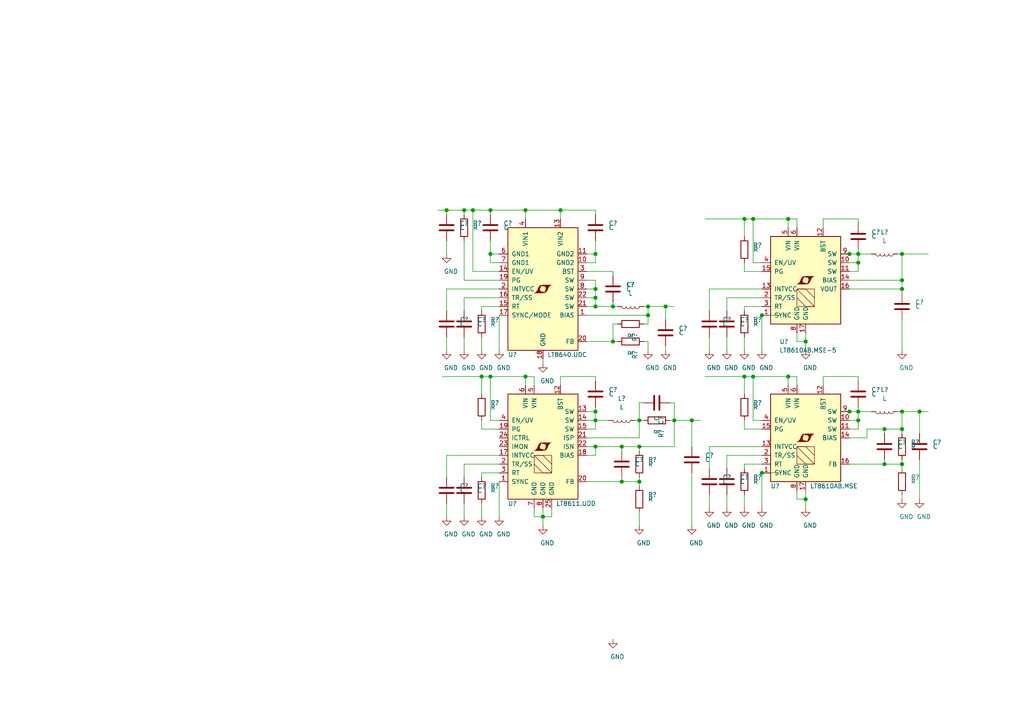
<source format=kicad_sch>
(kicad_sch (version 20201015) (generator eeschema)
  (paper "A4")
  (lib_symbols
    (symbol "ADI_Power:LT8610AB.MSE" (pin_names (offset 1.016))
      (property "Reference" "U" (at -10.16 -13.97 0))
      (property "Value" "LT8610AB.MSE" (at 1.27 -13.97 0))
      (property "Datasheet" "http://www.linear.com/product/LT8610A" (at 0 -16.51 0))
      (symbol "LT8610AB.MSE_0_0"
        (polyline (pts (xy 0.2032 -0.9906) (xy 0.2286 -0.9652) (xy 0.2794 -0.8636) (xy 0.2794 -0.8382) (xy 0.1524 -0.8382) (xy 0.0508 -0.8128) (xy -0.4064 -0.8128) (xy -0.4318 -0.7874) (xy -0.6858 -0.6604) (xy -0.7874 -0.5588) (xy -0.8636 -0.4318) (xy -0.9144 -0.3302) (xy -0.9144 -0.0254) (xy -0.8636 0.127) (xy -0.8382 0.2286) (xy -0.8128 0.3048) (xy -0.762 0.4318) (xy -0.7112 0.5842) (xy -0.635 0.7112) (xy -0.5842 0.8382) (xy -0.508 0.9398) (xy -0.4572 1.0414) (xy -0.3302 1.1684) (xy -0.508 1.1684) (xy -0.635 1.1176) (xy -0.7366 1.0668) (xy -0.8128 1.016) (xy -0.9398 0.9144) (xy -1.1176 0.7366) (xy -1.3716 0.2794) (xy -1.4732 0) (xy -1.4732 -0.0508) (xy -1.524 -0.1524) (xy -1.5748 -0.2794) (xy -1.6256 -0.381) (xy -1.7526 -0.5588) (xy -1.905 -0.762) (xy -2.0574 -0.9144) (xy -2.2098 -1.0414) (xy -2.3876 -1.1176) (xy -2.54 -1.1684) (xy 0.127 -1.1684) (xy 0.2032 -0.9906)) (stroke (width 0.0254)) (fill (type outline)))
        (polyline (pts (xy 0.4064 -1.143) (xy 0.4826 -1.143) (xy 0.6604 -1.0668) (xy 0.8128 -0.9652) (xy 1.0922 -0.6858) (xy 1.2192 -0.4826) (xy 1.3208 -0.2794) (xy 1.397 -0.0254) (xy 1.4224 -0.0254) (xy 1.4986 0.2286) (xy 1.7526 0.635) (xy 1.905 0.8128) (xy 2.0574 0.9652) (xy 2.2098 1.0668) (xy 2.3876 1.143) (xy 2.413 1.143) (xy 2.413 1.1684) (xy -0.1524 1.1684) (xy -0.2286 1.016) (xy -0.254 0.9906) (xy -0.3048 0.889) (xy -0.3302 0.8636) (xy -0.2794 0.8636) (xy -0.2286 0.8382) (xy 0.3048 0.8382) (xy 0.3556 0.8128) (xy 0.4064 0.8128) (xy 0.4826 0.7874) (xy 0.6096 0.7112) (xy 0.7366 0.6096) (xy 0.8128 0.4826) (xy 0.8382 0.4318) (xy 0.8636 0.4064) (xy 0.8636 0) (xy 0.8382 -0.0508) (xy 0.8382 -0.127) (xy 0.7874 -0.2286) (xy 0.762 -0.3556) (xy 0.6858 -0.508) (xy 0.635 -0.6604) (xy 0.4826 -0.9144) (xy 0.4318 -1.016) (xy 0.2794 -1.1684) (xy 0.4064 -1.143)) (stroke (width 0.0254)) (fill (type outline)))
      )
      (symbol "LT8610AB.MSE_0_1"
        (rectangle (start -10.16 12.7) (end 10.16 -12.7) (stroke (width 0.254)) (fill (type background)))
        (rectangle (start -2.54 -2.54) (end 2.54 -7.62))
        (polyline (pts (xy -2.54 -5.08) (xy 0 -7.62) (xy 2.54 -7.62) (xy -2.54 -2.54) (xy 0 -2.54) (xy 2.54 -5.08)))
      )
      (symbol "LT8610AB.MSE_1_1"
        (pin input line (at -12.7 -10.16 0) (length 2.54) (name "SYNC") (number "1"))
        (pin power_out line (at 12.7 5.08 180) (length 2.54) (name "SW") (number "10"))
        (pin power_out line (at 12.7 2.54 180) (length 2.54) (name "SW") (number "11"))
        (pin passive line (at 5.08 15.24 270) (length 2.54) (name "BST") (number "12"))
        (pin passive line (at -12.7 -2.54 0) (length 2.54) (name "INTVCC") (number "13"))
        (pin power_in line (at 12.7 0 180) (length 2.54) (name "BIAS") (number "14"))
        (pin open_collector line (at -12.7 2.54 0) (length 2.54) (name "PG") (number "15"))
        (pin input line (at 12.7 -7.62 180) (length 2.54) (name "FB") (number "16"))
        (pin power_in line (at 0 -15.24 90) (length 2.54) (name "GND") (number "17"))
        (pin passive line (at -12.7 -5.08 0) (length 2.54) (name "TR/SS") (number "2"))
        (pin passive line (at -12.7 -7.62 0) (length 2.54) (name "RT") (number "3"))
        (pin input line (at -12.7 5.08 0) (length 2.54) (name "EN/UV") (number "4"))
        (pin power_in line (at -5.08 15.24 270) (length 2.54) (name "VIN") (number "5"))
        (pin power_in line (at -2.54 15.24 270) (length 2.54) (name "VIN") (number "6"))
        (pin unconnected line (at -12.7 0 0) (length 2.54) hide (name "NC") (number "7"))
        (pin power_in line (at -2.54 -15.24 90) (length 2.54) (name "GND") (number "8"))
        (pin power_out line (at 12.7 7.62 180) (length 2.54) (name "SW") (number "9"))
      )
    )
    (symbol "ADI_Power:LT8610AB.MSE-5" (pin_names (offset 1.016))
      (property "Reference" "U" (at -10.16 -13.97 0))
      (property "Value" "LT8610AB.MSE-5" (at 1.27 -13.97 0))
      (property "Datasheet" "http://www.linear.com/product/LT8610A" (at 0 -13.97 0))
      (symbol "LT8610AB.MSE-5_0_0"
        (polyline (pts (xy 0.2032 -0.9906) (xy 0.2286 -0.9652) (xy 0.2794 -0.8636) (xy 0.2794 -0.8382) (xy 0.1524 -0.8382) (xy 0.0508 -0.8128) (xy -0.4064 -0.8128) (xy -0.4318 -0.7874) (xy -0.6858 -0.6604) (xy -0.7874 -0.5588) (xy -0.8636 -0.4318) (xy -0.9144 -0.3302) (xy -0.9144 -0.0254) (xy -0.8636 0.127) (xy -0.8382 0.2286) (xy -0.8128 0.3048) (xy -0.762 0.4318) (xy -0.7112 0.5842) (xy -0.635 0.7112) (xy -0.5842 0.8382) (xy -0.508 0.9398) (xy -0.4572 1.0414) (xy -0.3302 1.1684) (xy -0.508 1.1684) (xy -0.635 1.1176) (xy -0.7366 1.0668) (xy -0.8128 1.016) (xy -0.9398 0.9144) (xy -1.1176 0.7366) (xy -1.3716 0.2794) (xy -1.4732 0) (xy -1.4732 -0.0508) (xy -1.524 -0.1524) (xy -1.5748 -0.2794) (xy -1.6256 -0.381) (xy -1.7526 -0.5588) (xy -1.905 -0.762) (xy -2.0574 -0.9144) (xy -2.2098 -1.0414) (xy -2.3876 -1.1176) (xy -2.54 -1.1684) (xy 0.127 -1.1684) (xy 0.2032 -0.9906)) (stroke (width 0.0254)) (fill (type outline)))
        (polyline (pts (xy 0.4064 -1.143) (xy 0.4826 -1.143) (xy 0.6604 -1.0668) (xy 0.8128 -0.9652) (xy 1.0922 -0.6858) (xy 1.2192 -0.4826) (xy 1.3208 -0.2794) (xy 1.397 -0.0254) (xy 1.4224 -0.0254) (xy 1.4986 0.2286) (xy 1.7526 0.635) (xy 1.905 0.8128) (xy 2.0574 0.9652) (xy 2.2098 1.0668) (xy 2.3876 1.143) (xy 2.413 1.143) (xy 2.413 1.1684) (xy -0.1524 1.1684) (xy -0.2286 1.016) (xy -0.254 0.9906) (xy -0.3048 0.889) (xy -0.3302 0.8636) (xy -0.2794 0.8636) (xy -0.2286 0.8382) (xy 0.3048 0.8382) (xy 0.3556 0.8128) (xy 0.4064 0.8128) (xy 0.4826 0.7874) (xy 0.6096 0.7112) (xy 0.7366 0.6096) (xy 0.8128 0.4826) (xy 0.8382 0.4318) (xy 0.8636 0.4064) (xy 0.8636 0) (xy 0.8382 -0.0508) (xy 0.8382 -0.127) (xy 0.7874 -0.2286) (xy 0.762 -0.3556) (xy 0.6858 -0.508) (xy 0.635 -0.6604) (xy 0.4826 -0.9144) (xy 0.4318 -1.016) (xy 0.2794 -1.1684) (xy 0.4064 -1.143)) (stroke (width 0.0254)) (fill (type outline)))
      )
      (symbol "LT8610AB.MSE-5_0_1"
        (rectangle (start -10.16 12.7) (end 10.16 -12.7) (stroke (width 0.254)) (fill (type background)))
        (rectangle (start -2.54 -2.54) (end 2.54 -7.62))
        (polyline (pts (xy -2.54 -5.08) (xy 0 -7.62) (xy 2.54 -7.62) (xy -2.54 -2.54) (xy 0 -2.54) (xy 2.54 -5.08)))
      )
      (symbol "LT8610AB.MSE-5_1_1"
        (pin input line (at -12.7 -10.16 0) (length 2.54) (name "SYNC") (number "1"))
        (pin power_out line (at 12.7 5.08 180) (length 2.54) (name "SW") (number "10"))
        (pin power_out line (at 12.7 2.54 180) (length 2.54) (name "SW") (number "11"))
        (pin passive line (at 5.08 15.24 270) (length 2.54) (name "BST") (number "12"))
        (pin passive line (at -12.7 -2.54 0) (length 2.54) (name "INTVCC") (number "13"))
        (pin power_in line (at 12.7 0 180) (length 2.54) (name "BIAS") (number "14"))
        (pin open_collector line (at -12.7 2.54 0) (length 2.54) (name "PG") (number "15"))
        (pin input line (at 12.7 -2.54 180) (length 2.54) (name "VOUT") (number "16"))
        (pin power_in line (at 0 -15.24 90) (length 2.54) (name "GND") (number "17"))
        (pin passive line (at -12.7 -5.08 0) (length 2.54) (name "TR/SS") (number "2"))
        (pin passive line (at -12.7 -7.62 0) (length 2.54) (name "RT") (number "3"))
        (pin input line (at -12.7 5.08 0) (length 2.54) (name "EN/UV") (number "4"))
        (pin power_in line (at -5.08 15.24 270) (length 2.54) (name "VIN") (number "5"))
        (pin power_in line (at -2.54 15.24 270) (length 2.54) (name "VIN") (number "6"))
        (pin unconnected line (at -12.7 0 0) (length 2.54) hide (name "NC") (number "7"))
        (pin power_in line (at -2.54 -15.24 90) (length 2.54) (name "GND") (number "8"))
        (pin power_out line (at 12.7 7.62 180) (length 2.54) (name "SW") (number "9"))
      )
    )
    (symbol "ADI_Power:LT8611.UDD" (pin_names (offset 1.016))
      (property "Reference" "U" (at -10.16 -16.51 0))
      (property "Value" "LT8611.UDD" (at 3.81 -16.51 0))
      (property "Datasheet" "http://www.linear.com/product/LT8611" (at 0 -13.97 0))
      (symbol "LT8611.UDD_0_0"
        (polyline (pts (xy 0.2032 -0.9906) (xy 0.2286 -0.9652) (xy 0.2794 -0.8636) (xy 0.2794 -0.8382) (xy 0.1524 -0.8382) (xy 0.0508 -0.8128) (xy -0.4064 -0.8128) (xy -0.4318 -0.7874) (xy -0.6858 -0.6604) (xy -0.7874 -0.5588) (xy -0.8636 -0.4318) (xy -0.9144 -0.3302) (xy -0.9144 -0.0254) (xy -0.8636 0.127) (xy -0.8382 0.2286) (xy -0.8128 0.3048) (xy -0.762 0.4318) (xy -0.7112 0.5842) (xy -0.635 0.7112) (xy -0.5842 0.8382) (xy -0.508 0.9398) (xy -0.4572 1.0414) (xy -0.3302 1.1684) (xy -0.508 1.1684) (xy -0.635 1.1176) (xy -0.7366 1.0668) (xy -0.8128 1.016) (xy -0.9398 0.9144) (xy -1.1176 0.7366) (xy -1.3716 0.2794) (xy -1.4732 0) (xy -1.4732 -0.0508) (xy -1.524 -0.1524) (xy -1.5748 -0.2794) (xy -1.6256 -0.381) (xy -1.7526 -0.5588) (xy -1.905 -0.762) (xy -2.0574 -0.9144) (xy -2.2098 -1.0414) (xy -2.3876 -1.1176) (xy -2.54 -1.1684) (xy 0.127 -1.1684) (xy 0.2032 -0.9906)) (stroke (width 0.0254)) (fill (type outline)))
        (polyline (pts (xy 0.4064 -1.143) (xy 0.4826 -1.143) (xy 0.6604 -1.0668) (xy 0.8128 -0.9652) (xy 1.0922 -0.6858) (xy 1.2192 -0.4826) (xy 1.3208 -0.2794) (xy 1.397 -0.0254) (xy 1.4224 -0.0254) (xy 1.4986 0.2286) (xy 1.7526 0.635) (xy 1.905 0.8128) (xy 2.0574 0.9652) (xy 2.2098 1.0668) (xy 2.3876 1.143) (xy 2.413 1.143) (xy 2.413 1.1684) (xy -0.1524 1.1684) (xy -0.2286 1.016) (xy -0.254 0.9906) (xy -0.3048 0.889) (xy -0.3302 0.8636) (xy -0.2794 0.8636) (xy -0.2286 0.8382) (xy 0.3048 0.8382) (xy 0.3556 0.8128) (xy 0.4064 0.8128) (xy 0.4826 0.7874) (xy 0.6096 0.7112) (xy 0.7366 0.6096) (xy 0.8128 0.4826) (xy 0.8382 0.4318) (xy 0.8636 0.4064) (xy 0.8636 0) (xy 0.8382 -0.0508) (xy 0.8382 -0.127) (xy 0.7874 -0.2286) (xy 0.762 -0.3556) (xy 0.6858 -0.508) (xy 0.635 -0.6604) (xy 0.4826 -0.9144) (xy 0.4318 -1.016) (xy 0.2794 -1.1684) (xy 0.4064 -1.143)) (stroke (width 0.0254)) (fill (type outline)))
      )
      (symbol "LT8611.UDD_0_1"
        (rectangle (start -10.16 15.24) (end 10.16 -15.24) (stroke (width 0.254)) (fill (type background)))
        (rectangle (start -2.54 -2.54) (end 2.54 -7.62))
        (polyline (pts (xy -2.54 -5.08) (xy 0 -7.62) (xy 2.54 -7.62) (xy -2.54 -2.54) (xy 0 -2.54) (xy 2.54 -5.08)))
      )
      (symbol "LT8611.UDD_1_1"
        (pin input line (at -12.7 -10.16 0) (length 2.54) (name "SYNC") (number "1"))
        (pin unconnected line (at -12.7 10.16 0) (length 2.54) hide (name "NC") (number "10"))
        (pin unconnected line (at 0 17.78 270) (length 2.54) hide (name "NC") (number "11"))
        (pin passive line (at 5.08 17.78 270) (length 2.54) (name "BST") (number "12"))
        (pin unconnected line (at 2.54 17.78 270) (length 2.54) hide (name "NC") (number "12"))
        (pin passive line (at 12.7 10.16 180) (length 2.54) (name "SW") (number "13"))
        (pin passive line (at 12.7 7.62 180) (length 2.54) (name "SW") (number "14"))
        (pin passive line (at 12.7 5.08 180) (length 2.54) (name "SW") (number "15"))
        (pin passive line (at -12.7 -2.54 0) (length 2.54) (name "INTVCC") (number "17"))
        (pin passive line (at 12.7 -2.54 180) (length 2.54) (name "BIAS") (number "18"))
        (pin open_collector line (at -12.7 5.08 0) (length 2.54) (name "PG") (number "19"))
        (pin passive line (at -12.7 -5.08 0) (length 2.54) (name "TR/SS") (number "2"))
        (pin input line (at 12.7 -10.16 180) (length 2.54) (name "FB") (number "20"))
        (pin passive line (at 12.7 2.54 180) (length 2.54) (name "ISP") (number "21"))
        (pin passive line (at 12.7 0 180) (length 2.54) (name "ISN") (number "22"))
        (pin passive line (at -12.7 0 0) (length 2.54) (name "IMON") (number "23"))
        (pin passive line (at -12.7 2.54 0) (length 2.54) (name "ICTRL") (number "24"))
        (pin power_in line (at 2.54 -17.78 90) (length 2.54) (name "GND") (number "25"))
        (pin passive line (at -12.7 -7.62 0) (length 2.54) (name "RT") (number "3"))
        (pin input line (at -12.7 7.62 0) (length 2.54) (name "EN/UV") (number "4"))
        (pin power_in line (at -2.54 17.78 270) (length 2.54) (name "VIN") (number "5"))
        (pin power_in line (at -5.08 17.78 270) (length 2.54) (name "VIN") (number "6"))
        (pin power_in line (at -2.54 -17.78 90) (length 2.54) (name "GND") (number "7"))
        (pin power_in line (at 0 -17.78 90) (length 2.54) (name "GND") (number "8"))
        (pin unconnected line (at -12.7 12.7 0) (length 2.54) hide (name "NC") (number "9"))
      )
    )
    (symbol "ADI_Power:LT8640.UDC" (pin_names (offset 1.016))
      (property "Reference" "U" (at -10.16 -19.05 0))
      (property "Value" "LT8640.UDC" (at 2.54 -19.05 0))
      (property "Datasheet" "http://www.linear.com/product/LT8640" (at 0 -8.89 0))
      (symbol "LT8640.UDC_0_0"
        (polyline (pts (xy 0.2032 -0.9906) (xy 0.2286 -0.9652) (xy 0.2794 -0.8636) (xy 0.2794 -0.8382) (xy 0.1524 -0.8382) (xy 0.0508 -0.8128) (xy -0.4064 -0.8128) (xy -0.4318 -0.7874) (xy -0.6858 -0.6604) (xy -0.7874 -0.5588) (xy -0.8636 -0.4318) (xy -0.9144 -0.3302) (xy -0.9144 -0.0254) (xy -0.8636 0.127) (xy -0.8382 0.2286) (xy -0.8128 0.3048) (xy -0.762 0.4318) (xy -0.7112 0.5842) (xy -0.635 0.7112) (xy -0.5842 0.8382) (xy -0.508 0.9398) (xy -0.4572 1.0414) (xy -0.3302 1.1684) (xy -0.508 1.1684) (xy -0.635 1.1176) (xy -0.7366 1.0668) (xy -0.8128 1.016) (xy -0.9398 0.9144) (xy -1.1176 0.7366) (xy -1.3716 0.2794) (xy -1.4732 0) (xy -1.4732 -0.0508) (xy -1.524 -0.1524) (xy -1.5748 -0.2794) (xy -1.6256 -0.381) (xy -1.7526 -0.5588) (xy -1.905 -0.762) (xy -2.0574 -0.9144) (xy -2.2098 -1.0414) (xy -2.3876 -1.1176) (xy -2.54 -1.1684) (xy 0.127 -1.1684) (xy 0.2032 -0.9906)) (stroke (width 0.0254)) (fill (type outline)))
        (polyline (pts (xy 0.4064 -1.143) (xy 0.4826 -1.143) (xy 0.6604 -1.0668) (xy 0.8128 -0.9652) (xy 1.0922 -0.6858) (xy 1.2192 -0.4826) (xy 1.3208 -0.2794) (xy 1.397 -0.0254) (xy 1.4224 -0.0254) (xy 1.4986 0.2286) (xy 1.7526 0.635) (xy 1.905 0.8128) (xy 2.0574 0.9652) (xy 2.2098 1.0668) (xy 2.3876 1.143) (xy 2.413 1.143) (xy 2.413 1.1684) (xy -0.1524 1.1684) (xy -0.2286 1.016) (xy -0.254 0.9906) (xy -0.3048 0.889) (xy -0.3302 0.8636) (xy -0.2794 0.8636) (xy -0.2286 0.8382) (xy 0.3048 0.8382) (xy 0.3556 0.8128) (xy 0.4064 0.8128) (xy 0.4826 0.7874) (xy 0.6096 0.7112) (xy 0.7366 0.6096) (xy 0.8128 0.4826) (xy 0.8382 0.4318) (xy 0.8636 0.4064) (xy 0.8636 0) (xy 0.8382 -0.0508) (xy 0.8382 -0.127) (xy 0.7874 -0.2286) (xy 0.762 -0.3556) (xy 0.6858 -0.508) (xy 0.635 -0.6604) (xy 0.4826 -0.9144) (xy 0.4318 -1.016) (xy 0.2794 -1.1684) (xy 0.4064 -1.143)) (stroke (width 0.0254)) (fill (type outline)))
      )
      (symbol "LT8640.UDC_0_1"
        (rectangle (start -10.16 17.78) (end 10.16 -17.78) (stroke (width 0.254)) (fill (type background)))
      )
      (symbol "LT8640.UDC_1_1"
        (pin passive line (at 12.7 -7.62 180) (length 2.54) (name "BIAS") (number "1"))
        (pin power_in line (at 12.7 7.62 180) (length 2.54) (name "GND2") (number "10"))
        (pin power_in line (at 12.7 10.16 180) (length 2.54) (name "GND2") (number "11"))
        (pin power_in line (at 5.08 20.32 270) (length 2.54) (name "VIN2") (number "13"))
        (pin input line (at -12.7 5.08 0) (length 2.54) (name "EN/UV") (number "14"))
        (pin passive line (at -12.7 -5.08 0) (length 2.54) (name "RT") (number "15"))
        (pin passive line (at -12.7 -2.54 0) (length 2.54) (name "TR/SS") (number "16"))
        (pin input line (at -12.7 -7.62 0) (length 2.54) (name "SYNC/MODE") (number "17"))
        (pin power_in line (at 0 -20.32 90) (length 2.54) (name "GND") (number "18"))
        (pin open_collector line (at -12.7 2.54 0) (length 2.54) (name "PG") (number "19"))
        (pin passive line (at -12.7 0 0) (length 2.54) (name "INTVCC") (number "2"))
        (pin input line (at 12.7 -15.24 180) (length 2.54) (name "FB") (number "20"))
        (pin passive line (at 12.7 -5.08 180) (length 2.54) (name "SW") (number "21"))
        (pin passive line (at 12.7 -2.54 180) (length 2.54) (name "SW") (number "22"))
        (pin passive line (at 12.7 5.08 180) (length 2.54) (name "BST") (number "3"))
        (pin power_in line (at -5.08 20.32 270) (length 2.54) (name "VIN1") (number "4"))
        (pin power_in line (at -12.7 10.16 0) (length 2.54) (name "GND1") (number "6"))
        (pin power_in line (at -12.7 7.62 0) (length 2.54) (name "GND1") (number "7"))
        (pin passive line (at 12.7 0 180) (length 2.54) (name "SW") (number "8"))
        (pin passive line (at 12.7 2.54 180) (length 2.54) (name "SW") (number "9"))
      )
    )
    (symbol "Device:C" (pin_numbers hide) (pin_names (offset 0.254))
      (property "Reference" "C" (at 0.635 2.54 0))
      (property "Value" "C" (at 0.635 -2.54 0))
      (symbol "C_0_1"
        (polyline (pts (xy -2.032 -0.762) (xy 2.032 -0.762)) (stroke (width 0.508)))
        (polyline (pts (xy -2.032 0.762) (xy 2.032 0.762)) (stroke (width 0.508)))
      )
      (symbol "C_1_1"
        (pin passive line (at 0 3.81 270) (length 2.794) (name "~") (number "1"))
        (pin passive line (at 0 -3.81 90) (length 2.794) (name "~") (number "2"))
      )
    )
    (symbol "Device:L" (pin_numbers hide) (pin_names (offset 1.016) hide)
      (property "Reference" "L" (at -1.27 0 90))
      (property "Value" "L" (at 1.905 0 90))
      (symbol "L_0_1"
        (arc (start 0 -2.54) (end 0 -1.27) (radius (at 0 -1.905) (length 0.635) (angles -89.9 89.9)))
        (arc (start 0 -1.27) (end 0 0) (radius (at 0 -0.635) (length 0.635) (angles -89.9 89.9)))
        (arc (start 0 0) (end 0 1.27) (radius (at 0 0.635) (length 0.635) (angles -89.9 89.9)))
        (arc (start 0 1.27) (end 0 2.54) (radius (at 0 1.905) (length 0.635) (angles -89.9 89.9)))
      )
      (symbol "L_1_1"
        (pin passive line (at 0 3.81 270) (length 1.27) (name "1") (number "1"))
        (pin passive line (at 0 -3.81 90) (length 1.27) (name "2") (number "2"))
      )
    )
    (symbol "Device:R" (pin_numbers hide) (pin_names (offset 0))
      (property "Reference" "R" (at 2.032 0 90))
      (property "Value" "R" (at 0 0 90))
      (symbol "R_0_1"
        (rectangle (start -1.016 -2.54) (end 1.016 2.54) (stroke (width 0.254)))
      )
      (symbol "R_1_1"
        (pin passive line (at 0 3.81 270) (length 1.27) (name "~") (number "1"))
        (pin passive line (at 0 -3.81 90) (length 1.27) (name "~") (number "2"))
      )
    )
    (symbol "power:GND" (power) (pin_names (offset 0))
      (property "Value" "GND" (at 0 -3.81 0))
      (symbol "GND_0_1"
        (polyline (pts (xy 0 0) (xy 0 -1.27) (xy 1.27 -1.27) (xy 0 -2.54) (xy -1.27 -1.27) (xy 0 -1.27)))
      )
      (symbol "GND_1_1"
        (pin power_in line (at 0 0 270) (length 0) hide (name "GND") (number "1"))
      )
    )
  )
  (junction (at 129.54 60.96) (diameter 1.016))
  (junction (at 134.62 60.96) (diameter 1.016))
  (junction (at 137.16 60.96) (diameter 1.016))
  (junction (at 139.7 109.22) (diameter 1.016))
  (junction (at 142.24 60.96) (diameter 1.016))
  (junction (at 142.24 73.66) (diameter 1.016))
  (junction (at 142.24 109.22) (diameter 1.016))
  (junction (at 152.4 60.96) (diameter 1.016))
  (junction (at 152.4 109.22) (diameter 1.016))
  (junction (at 157.48 149.86) (diameter 1.016))
  (junction (at 162.56 60.96) (diameter 1.016))
  (junction (at 172.72 73.66) (diameter 1.016))
  (junction (at 172.72 83.82) (diameter 1.016))
  (junction (at 172.72 86.36) (diameter 1.016))
  (junction (at 172.72 88.9) (diameter 1.016))
  (junction (at 172.72 119.38) (diameter 1.016))
  (junction (at 172.72 121.92) (diameter 1.016))
  (junction (at 172.72 129.54) (diameter 1.016))
  (junction (at 177.8 88.9) (diameter 1.016))
  (junction (at 177.8 99.06) (diameter 1.016))
  (junction (at 180.34 129.54) (diameter 1.016))
  (junction (at 180.34 139.7) (diameter 1.016))
  (junction (at 185.42 121.92) (diameter 1.016))
  (junction (at 185.42 129.54) (diameter 1.016))
  (junction (at 185.42 139.7) (diameter 1.016))
  (junction (at 187.96 88.9) (diameter 1.016))
  (junction (at 187.96 91.44) (diameter 1.016))
  (junction (at 193.04 88.9) (diameter 1.016))
  (junction (at 195.58 121.92) (diameter 1.016))
  (junction (at 200.66 121.92) (diameter 1.016))
  (junction (at 215.9 63.5) (diameter 1.016))
  (junction (at 215.9 109.22) (diameter 1.016))
  (junction (at 218.44 63.5) (diameter 1.016))
  (junction (at 218.44 109.22) (diameter 1.016))
  (junction (at 220.98 91.44) (diameter 1.016))
  (junction (at 220.98 137.16) (diameter 1.016))
  (junction (at 228.6 63.5) (diameter 1.016))
  (junction (at 228.6 109.22) (diameter 1.016))
  (junction (at 233.68 99.06) (diameter 1.016))
  (junction (at 233.68 144.78) (diameter 1.016))
  (junction (at 246.38 73.66) (diameter 1.016))
  (junction (at 246.38 119.38) (diameter 1.016))
  (junction (at 248.92 73.66) (diameter 1.016))
  (junction (at 248.92 76.2) (diameter 1.016))
  (junction (at 248.92 119.38) (diameter 1.016))
  (junction (at 248.92 121.92) (diameter 1.016))
  (junction (at 256.54 124.46) (diameter 1.016))
  (junction (at 256.54 134.62) (diameter 1.016))
  (junction (at 261.62 73.66) (diameter 1.016))
  (junction (at 261.62 81.28) (diameter 1.016))
  (junction (at 261.62 83.82) (diameter 1.016))
  (junction (at 261.62 119.38) (diameter 1.016))
  (junction (at 261.62 124.46) (diameter 1.016))
  (junction (at 261.62 134.62) (diameter 1.016))
  (junction (at 266.7 119.38) (diameter 1.016))
  (wire (pts (xy 127 60.96) (xy 129.54 60.96)))
  (wire (pts (xy 128.27 109.22) (xy 139.7 109.22)))
  (wire (pts (xy 129.54 60.96) (xy 134.62 60.96)))
  (wire (pts (xy 129.54 62.23) (xy 129.54 60.96)))
  (wire (pts (xy 129.54 69.85) (xy 129.54 73.66)))
  (wire (pts (xy 129.54 83.82) (xy 144.78 83.82)))
  (wire (pts (xy 129.54 90.17) (xy 129.54 83.82)))
  (wire (pts (xy 129.54 97.79) (xy 129.54 101.6)))
  (wire (pts (xy 129.54 132.08) (xy 144.78 132.08)))
  (wire (pts (xy 129.54 138.43) (xy 129.54 132.08)))
  (wire (pts (xy 129.54 146.05) (xy 129.54 149.86)))
  (wire (pts (xy 134.62 60.96) (xy 137.16 60.96)))
  (wire (pts (xy 134.62 62.23) (xy 134.62 60.96)))
  (wire (pts (xy 134.62 69.85) (xy 134.62 81.28)))
  (wire (pts (xy 134.62 81.28) (xy 144.78 81.28)))
  (wire (pts (xy 134.62 86.36) (xy 144.78 86.36)))
  (wire (pts (xy 134.62 90.17) (xy 134.62 86.36)))
  (wire (pts (xy 134.62 101.6) (xy 134.62 97.79)))
  (wire (pts (xy 134.62 134.62) (xy 144.78 134.62)))
  (wire (pts (xy 134.62 138.43) (xy 134.62 134.62)))
  (wire (pts (xy 134.62 149.86) (xy 134.62 146.05)))
  (wire (pts (xy 137.16 60.96) (xy 142.24 60.96)))
  (wire (pts (xy 137.16 78.74) (xy 137.16 60.96)))
  (wire (pts (xy 139.7 88.9) (xy 144.78 88.9)))
  (wire (pts (xy 139.7 90.17) (xy 139.7 88.9)))
  (wire (pts (xy 139.7 101.6) (xy 139.7 97.79)))
  (wire (pts (xy 139.7 109.22) (xy 142.24 109.22)))
  (wire (pts (xy 139.7 114.3) (xy 139.7 109.22)))
  (wire (pts (xy 139.7 121.92) (xy 139.7 124.46)))
  (wire (pts (xy 139.7 124.46) (xy 144.78 124.46)))
  (wire (pts (xy 139.7 137.16) (xy 144.78 137.16)))
  (wire (pts (xy 139.7 138.43) (xy 139.7 137.16)))
  (wire (pts (xy 139.7 149.86) (xy 139.7 146.05)))
  (wire (pts (xy 142.24 60.96) (xy 152.4 60.96)))
  (wire (pts (xy 142.24 62.23) (xy 142.24 60.96)))
  (wire (pts (xy 142.24 69.85) (xy 142.24 73.66)))
  (wire (pts (xy 142.24 73.66) (xy 142.24 76.2)))
  (wire (pts (xy 142.24 73.66) (xy 144.78 73.66)))
  (wire (pts (xy 142.24 76.2) (xy 144.78 76.2)))
  (wire (pts (xy 142.24 109.22) (xy 142.24 121.92)))
  (wire (pts (xy 142.24 109.22) (xy 152.4 109.22)))
  (wire (pts (xy 142.24 121.92) (xy 144.78 121.92)))
  (wire (pts (xy 144.78 78.74) (xy 137.16 78.74)))
  (wire (pts (xy 144.78 91.44) (xy 144.78 101.6)))
  (wire (pts (xy 144.78 139.7) (xy 144.78 149.86)))
  (wire (pts (xy 152.4 60.96) (xy 152.4 63.5)))
  (wire (pts (xy 152.4 60.96) (xy 162.56 60.96)))
  (wire (pts (xy 152.4 109.22) (xy 152.4 111.76)))
  (wire (pts (xy 152.4 109.22) (xy 154.94 109.22)))
  (wire (pts (xy 154.94 109.22) (xy 154.94 111.76)))
  (wire (pts (xy 154.94 147.32) (xy 154.94 149.86)))
  (wire (pts (xy 154.94 149.86) (xy 157.48 149.86)))
  (wire (pts (xy 157.48 105.41) (xy 157.48 104.14)))
  (wire (pts (xy 157.48 147.32) (xy 157.48 149.86)))
  (wire (pts (xy 157.48 149.86) (xy 157.48 152.4)))
  (wire (pts (xy 157.48 149.86) (xy 160.02 149.86)))
  (wire (pts (xy 160.02 149.86) (xy 160.02 147.32)))
  (wire (pts (xy 162.56 60.96) (xy 162.56 63.5)))
  (wire (pts (xy 162.56 60.96) (xy 172.72 60.96)))
  (wire (pts (xy 162.56 109.22) (xy 162.56 111.76)))
  (wire (pts (xy 162.56 109.22) (xy 172.72 109.22)))
  (wire (pts (xy 170.18 73.66) (xy 172.72 73.66)))
  (wire (pts (xy 170.18 78.74) (xy 177.8 78.74)))
  (wire (pts (xy 170.18 81.28) (xy 172.72 81.28)))
  (wire (pts (xy 170.18 83.82) (xy 172.72 83.82)))
  (wire (pts (xy 170.18 86.36) (xy 172.72 86.36)))
  (wire (pts (xy 170.18 88.9) (xy 172.72 88.9)))
  (wire (pts (xy 170.18 99.06) (xy 177.8 99.06)))
  (wire (pts (xy 170.18 119.38) (xy 172.72 119.38)))
  (wire (pts (xy 170.18 121.92) (xy 172.72 121.92)))
  (wire (pts (xy 170.18 132.08) (xy 172.72 132.08)))
  (wire (pts (xy 170.18 139.7) (xy 180.34 139.7)))
  (wire (pts (xy 172.72 60.96) (xy 172.72 62.23)))
  (wire (pts (xy 172.72 69.85) (xy 172.72 73.66)))
  (wire (pts (xy 172.72 73.66) (xy 172.72 76.2)))
  (wire (pts (xy 172.72 76.2) (xy 170.18 76.2)))
  (wire (pts (xy 172.72 81.28) (xy 172.72 83.82)))
  (wire (pts (xy 172.72 83.82) (xy 172.72 86.36)))
  (wire (pts (xy 172.72 86.36) (xy 172.72 88.9)))
  (wire (pts (xy 172.72 88.9) (xy 177.8 88.9)))
  (wire (pts (xy 172.72 109.22) (xy 172.72 110.49)))
  (wire (pts (xy 172.72 118.11) (xy 172.72 119.38)))
  (wire (pts (xy 172.72 119.38) (xy 172.72 121.92)))
  (wire (pts (xy 172.72 121.92) (xy 172.72 124.46)))
  (wire (pts (xy 172.72 121.92) (xy 176.53 121.92)))
  (wire (pts (xy 172.72 124.46) (xy 170.18 124.46)))
  (wire (pts (xy 172.72 129.54) (xy 170.18 129.54)))
  (wire (pts (xy 172.72 132.08) (xy 172.72 129.54)))
  (wire (pts (xy 177.8 78.74) (xy 177.8 80.01)))
  (wire (pts (xy 177.8 87.63) (xy 177.8 88.9)))
  (wire (pts (xy 177.8 88.9) (xy 179.07 88.9)))
  (wire (pts (xy 177.8 93.98) (xy 177.8 99.06)))
  (wire (pts (xy 177.8 99.06) (xy 179.07 99.06)))
  (wire (pts (xy 179.07 93.98) (xy 177.8 93.98)))
  (wire (pts (xy 180.34 129.54) (xy 172.72 129.54)))
  (wire (pts (xy 180.34 130.81) (xy 180.34 129.54)))
  (wire (pts (xy 180.34 139.7) (xy 180.34 138.43)))
  (wire (pts (xy 180.34 139.7) (xy 185.42 139.7)))
  (wire (pts (xy 184.15 121.92) (xy 185.42 121.92)))
  (wire (pts (xy 185.42 116.84) (xy 185.42 121.92)))
  (wire (pts (xy 185.42 116.84) (xy 186.69 116.84)))
  (wire (pts (xy 185.42 121.92) (xy 185.42 127)))
  (wire (pts (xy 185.42 121.92) (xy 186.69 121.92)))
  (wire (pts (xy 185.42 127) (xy 170.18 127)))
  (wire (pts (xy 185.42 129.54) (xy 180.34 129.54)))
  (wire (pts (xy 185.42 130.81) (xy 185.42 129.54)))
  (wire (pts (xy 185.42 138.43) (xy 185.42 139.7)))
  (wire (pts (xy 185.42 139.7) (xy 185.42 140.97)))
  (wire (pts (xy 185.42 148.59) (xy 185.42 152.4)))
  (wire (pts (xy 186.69 88.9) (xy 187.96 88.9)))
  (wire (pts (xy 186.69 99.06) (xy 187.96 99.06)))
  (wire (pts (xy 187.96 88.9) (xy 187.96 91.44)))
  (wire (pts (xy 187.96 88.9) (xy 193.04 88.9)))
  (wire (pts (xy 187.96 91.44) (xy 170.18 91.44)))
  (wire (pts (xy 187.96 91.44) (xy 187.96 93.98)))
  (wire (pts (xy 187.96 93.98) (xy 186.69 93.98)))
  (wire (pts (xy 187.96 99.06) (xy 187.96 101.6)))
  (wire (pts (xy 193.04 88.9) (xy 195.58 88.9)))
  (wire (pts (xy 193.04 92.71) (xy 193.04 88.9)))
  (wire (pts (xy 193.04 101.6) (xy 193.04 100.33)))
  (wire (pts (xy 194.31 116.84) (xy 195.58 116.84)))
  (wire (pts (xy 194.31 121.92) (xy 195.58 121.92)))
  (wire (pts (xy 195.58 116.84) (xy 195.58 121.92)))
  (wire (pts (xy 195.58 121.92) (xy 195.58 129.54)))
  (wire (pts (xy 195.58 121.92) (xy 200.66 121.92)))
  (wire (pts (xy 195.58 129.54) (xy 185.42 129.54)))
  (wire (pts (xy 200.66 121.92) (xy 200.66 129.54)))
  (wire (pts (xy 200.66 121.92) (xy 203.2 121.92)))
  (wire (pts (xy 200.66 137.16) (xy 200.66 152.4)))
  (wire (pts (xy 204.47 63.5) (xy 215.9 63.5)))
  (wire (pts (xy 204.47 109.22) (xy 215.9 109.22)))
  (wire (pts (xy 205.74 83.82) (xy 220.98 83.82)))
  (wire (pts (xy 205.74 90.17) (xy 205.74 83.82)))
  (wire (pts (xy 205.74 97.79) (xy 205.74 101.6)))
  (wire (pts (xy 205.74 129.54) (xy 220.98 129.54)))
  (wire (pts (xy 205.74 135.89) (xy 205.74 129.54)))
  (wire (pts (xy 205.74 143.51) (xy 205.74 147.32)))
  (wire (pts (xy 210.82 86.36) (xy 220.98 86.36)))
  (wire (pts (xy 210.82 90.17) (xy 210.82 86.36)))
  (wire (pts (xy 210.82 101.6) (xy 210.82 97.79)))
  (wire (pts (xy 210.82 132.08) (xy 220.98 132.08)))
  (wire (pts (xy 210.82 135.89) (xy 210.82 132.08)))
  (wire (pts (xy 210.82 147.32) (xy 210.82 143.51)))
  (wire (pts (xy 215.9 63.5) (xy 218.44 63.5)))
  (wire (pts (xy 215.9 68.58) (xy 215.9 63.5)))
  (wire (pts (xy 215.9 76.2) (xy 215.9 78.74)))
  (wire (pts (xy 215.9 78.74) (xy 220.98 78.74)))
  (wire (pts (xy 215.9 88.9) (xy 220.98 88.9)))
  (wire (pts (xy 215.9 90.17) (xy 215.9 88.9)))
  (wire (pts (xy 215.9 101.6) (xy 215.9 97.79)))
  (wire (pts (xy 215.9 109.22) (xy 218.44 109.22)))
  (wire (pts (xy 215.9 114.3) (xy 215.9 109.22)))
  (wire (pts (xy 215.9 121.92) (xy 215.9 124.46)))
  (wire (pts (xy 215.9 124.46) (xy 220.98 124.46)))
  (wire (pts (xy 215.9 134.62) (xy 220.98 134.62)))
  (wire (pts (xy 215.9 135.89) (xy 215.9 134.62)))
  (wire (pts (xy 215.9 147.32) (xy 215.9 143.51)))
  (wire (pts (xy 218.44 63.5) (xy 218.44 76.2)))
  (wire (pts (xy 218.44 63.5) (xy 228.6 63.5)))
  (wire (pts (xy 218.44 76.2) (xy 220.98 76.2)))
  (wire (pts (xy 218.44 109.22) (xy 218.44 121.92)))
  (wire (pts (xy 218.44 109.22) (xy 228.6 109.22)))
  (wire (pts (xy 218.44 121.92) (xy 220.98 121.92)))
  (wire (pts (xy 220.98 91.44) (xy 220.98 101.6)))
  (wire (pts (xy 220.98 91.44) (xy 226.06 91.44)))
  (wire (pts (xy 220.98 137.16) (xy 220.98 147.32)))
  (wire (pts (xy 220.98 137.16) (xy 226.06 137.16)))
  (wire (pts (xy 228.6 63.5) (xy 228.6 66.04)))
  (wire (pts (xy 228.6 63.5) (xy 231.14 63.5)))
  (wire (pts (xy 228.6 109.22) (xy 228.6 111.76)))
  (wire (pts (xy 228.6 109.22) (xy 231.14 109.22)))
  (wire (pts (xy 231.14 63.5) (xy 231.14 66.04)))
  (wire (pts (xy 231.14 96.52) (xy 231.14 99.06)))
  (wire (pts (xy 231.14 99.06) (xy 233.68 99.06)))
  (wire (pts (xy 231.14 109.22) (xy 231.14 111.76)))
  (wire (pts (xy 231.14 142.24) (xy 231.14 144.78)))
  (wire (pts (xy 231.14 144.78) (xy 233.68 144.78)))
  (wire (pts (xy 233.68 96.52) (xy 233.68 99.06)))
  (wire (pts (xy 233.68 99.06) (xy 233.68 101.6)))
  (wire (pts (xy 233.68 142.24) (xy 233.68 144.78)))
  (wire (pts (xy 233.68 144.78) (xy 233.68 147.32)))
  (wire (pts (xy 238.76 63.5) (xy 238.76 66.04)))
  (wire (pts (xy 238.76 63.5) (xy 248.92 63.5)))
  (wire (pts (xy 238.76 109.22) (xy 238.76 111.76)))
  (wire (pts (xy 238.76 109.22) (xy 248.92 109.22)))
  (wire (pts (xy 243.84 73.66) (xy 246.38 73.66)))
  (wire (pts (xy 243.84 119.38) (xy 246.38 119.38)))
  (wire (pts (xy 246.38 73.66) (xy 248.92 73.66)))
  (wire (pts (xy 246.38 76.2) (xy 248.92 76.2)))
  (wire (pts (xy 246.38 81.28) (xy 261.62 81.28)))
  (wire (pts (xy 246.38 83.82) (xy 261.62 83.82)))
  (wire (pts (xy 246.38 119.38) (xy 248.92 119.38)))
  (wire (pts (xy 246.38 121.92) (xy 248.92 121.92)))
  (wire (pts (xy 246.38 127) (xy 251.46 127)))
  (wire (pts (xy 246.38 134.62) (xy 256.54 134.62)))
  (wire (pts (xy 248.92 63.5) (xy 248.92 64.77)))
  (wire (pts (xy 248.92 72.39) (xy 248.92 73.66)))
  (wire (pts (xy 248.92 73.66) (xy 248.92 76.2)))
  (wire (pts (xy 248.92 73.66) (xy 252.73 73.66)))
  (wire (pts (xy 248.92 76.2) (xy 248.92 78.74)))
  (wire (pts (xy 248.92 78.74) (xy 246.38 78.74)))
  (wire (pts (xy 248.92 109.22) (xy 248.92 110.49)))
  (wire (pts (xy 248.92 118.11) (xy 248.92 119.38)))
  (wire (pts (xy 248.92 119.38) (xy 248.92 121.92)))
  (wire (pts (xy 248.92 119.38) (xy 252.73 119.38)))
  (wire (pts (xy 248.92 121.92) (xy 248.92 124.46)))
  (wire (pts (xy 248.92 124.46) (xy 246.38 124.46)))
  (wire (pts (xy 251.46 124.46) (xy 256.54 124.46)))
  (wire (pts (xy 251.46 127) (xy 251.46 124.46)))
  (wire (pts (xy 256.54 124.46) (xy 261.62 124.46)))
  (wire (pts (xy 256.54 125.73) (xy 256.54 124.46)))
  (wire (pts (xy 256.54 134.62) (xy 256.54 133.35)))
  (wire (pts (xy 256.54 134.62) (xy 261.62 134.62)))
  (wire (pts (xy 260.35 73.66) (xy 261.62 73.66)))
  (wire (pts (xy 260.35 119.38) (xy 261.62 119.38)))
  (wire (pts (xy 261.62 73.66) (xy 261.62 81.28)))
  (wire (pts (xy 261.62 73.66) (xy 269.24 73.66)))
  (wire (pts (xy 261.62 81.28) (xy 261.62 83.82)))
  (wire (pts (xy 261.62 83.82) (xy 261.62 85.09)))
  (wire (pts (xy 261.62 101.6) (xy 261.62 92.71)))
  (wire (pts (xy 261.62 119.38) (xy 261.62 124.46)))
  (wire (pts (xy 261.62 119.38) (xy 266.7 119.38)))
  (wire (pts (xy 261.62 124.46) (xy 261.62 125.73)))
  (wire (pts (xy 261.62 133.35) (xy 261.62 134.62)))
  (wire (pts (xy 261.62 134.62) (xy 261.62 135.89)))
  (wire (pts (xy 261.62 143.51) (xy 261.62 144.78)))
  (wire (pts (xy 266.7 119.38) (xy 266.7 125.73)))
  (wire (pts (xy 266.7 119.38) (xy 269.24 119.38)))
  (wire (pts (xy 266.7 144.78) (xy 266.7 133.35)))
  (symbol (lib_id "Device:L") (at 180.34 121.92 270) (unit 1)
    (property "Reference" "L?" (at 180.34 115.57 90))
    (property "Value" "L" (at 180.34 118.11 90))
  )
  (symbol (lib_id "Device:L") (at 182.88 88.9 270) (unit 1)
    (property "Reference" "L?" (at 182.88 82.55 90))
    (property "Value" "L" (at 182.88 85.09 90))
  )
  (symbol (lib_id "Device:L") (at 256.54 73.66 270) (unit 1)
    (property "Reference" "L?" (at 256.54 67.31 90))
    (property "Value" "L" (at 256.54 69.85 90))
  )
  (symbol (lib_id "Device:L") (at 256.54 119.38 270) (unit 1)
    (property "Reference" "L?" (at 256.54 113.03 90))
    (property "Value" "L" (at 256.54 115.57 90))
  )
  (symbol (lib_id "power:GND") (at 129.54 73.66 0) (unit 1)
    (property "Reference" "#PWR?" (effects hide))
    (property "Value" "GND" (at 130.81 78.74 0))
  )
  (symbol (lib_id "power:GND") (at 129.54 101.6 0) (unit 1)
    (property "Reference" "#PWR?" (effects hide))
    (property "Value" "GND" (at 130.81 106.68 0))
  )
  (symbol (lib_id "power:GND") (at 129.54 149.86 0) (unit 1)
    (property "Reference" "#PWR?" (effects hide))
    (property "Value" "GND" (at 130.81 154.94 0))
  )
  (symbol (lib_id "power:GND") (at 134.62 101.6 0) (unit 1)
    (property "Reference" "#PWR?" (effects hide))
    (property "Value" "GND" (at 135.89 106.68 0))
  )
  (symbol (lib_id "power:GND") (at 134.62 149.86 0) (unit 1)
    (property "Reference" "#PWR?" (effects hide))
    (property "Value" "GND" (at 135.89 154.94 0))
  )
  (symbol (lib_id "power:GND") (at 139.7 101.6 0) (unit 1)
    (property "Reference" "#PWR?" (effects hide))
    (property "Value" "GND" (at 140.97 106.68 0))
  )
  (symbol (lib_id "power:GND") (at 139.7 149.86 0) (unit 1)
    (property "Reference" "#PWR?" (effects hide))
    (property "Value" "GND" (at 140.97 154.94 0))
  )
  (symbol (lib_id "power:GND") (at 144.78 101.6 0) (unit 1)
    (property "Reference" "#PWR?" (effects hide))
    (property "Value" "GND" (at 146.05 106.68 0))
  )
  (symbol (lib_id "power:GND") (at 144.78 149.86 0) (unit 1)
    (property "Reference" "#PWR?" (effects hide))
    (property "Value" "GND" (at 146.05 154.94 0))
  )
  (symbol (lib_id "power:GND") (at 157.48 105.41 0) (unit 1)
    (property "Reference" "#PWR?" (effects hide))
    (property "Value" "GND" (at 158.75 110.49 0))
  )
  (symbol (lib_id "power:GND") (at 157.48 152.4 0) (unit 1)
    (property "Reference" "#PWR?" (effects hide))
    (property "Value" "GND" (at 158.75 157.48 0))
  )
  (symbol (lib_id "power:GND") (at 177.8 185.42 0) (unit 1)
    (property "Reference" "#PWR?" (effects hide))
    (property "Value" "GND" (at 179.07 190.5 0))
  )
  (symbol (lib_id "power:GND") (at 185.42 152.4 0) (unit 1)
    (property "Reference" "#PWR?" (effects hide))
    (property "Value" "GND" (at 186.69 157.48 0))
  )
  (symbol (lib_id "power:GND") (at 187.96 101.6 0) (unit 1)
    (property "Reference" "#PWR?" (effects hide))
    (property "Value" "GND" (at 189.23 106.68 0))
  )
  (symbol (lib_id "power:GND") (at 193.04 101.6 0) (unit 1)
    (property "Reference" "#PWR?" (effects hide))
    (property "Value" "GND" (at 194.31 106.68 0))
  )
  (symbol (lib_id "power:GND") (at 200.66 152.4 0) (unit 1)
    (property "Reference" "#PWR?" (effects hide))
    (property "Value" "GND" (at 201.93 157.48 0))
  )
  (symbol (lib_id "power:GND") (at 205.74 101.6 0) (unit 1)
    (property "Reference" "#PWR?" (effects hide))
    (property "Value" "GND" (at 207.01 106.68 0))
  )
  (symbol (lib_id "power:GND") (at 205.74 147.32 0) (unit 1)
    (property "Reference" "#PWR?" (effects hide))
    (property "Value" "GND" (at 207.01 152.4 0))
  )
  (symbol (lib_id "power:GND") (at 210.82 101.6 0) (unit 1)
    (property "Reference" "#PWR?" (effects hide))
    (property "Value" "GND" (at 212.09 106.68 0))
  )
  (symbol (lib_id "power:GND") (at 210.82 147.32 0) (unit 1)
    (property "Reference" "#PWR?" (effects hide))
    (property "Value" "GND" (at 212.09 152.4 0))
  )
  (symbol (lib_id "power:GND") (at 215.9 101.6 0) (unit 1)
    (property "Reference" "#PWR?" (effects hide))
    (property "Value" "GND" (at 217.17 106.68 0))
  )
  (symbol (lib_id "power:GND") (at 215.9 147.32 0) (unit 1)
    (property "Reference" "#PWR?" (effects hide))
    (property "Value" "GND" (at 217.17 152.4 0))
  )
  (symbol (lib_id "power:GND") (at 220.98 101.6 0) (unit 1)
    (property "Reference" "#PWR?" (effects hide))
    (property "Value" "GND" (at 222.25 106.68 0))
  )
  (symbol (lib_id "power:GND") (at 220.98 147.32 0) (unit 1)
    (property "Reference" "#PWR?" (effects hide))
    (property "Value" "GND" (at 222.25 152.4 0))
  )
  (symbol (lib_id "power:GND") (at 233.68 101.6 0) (unit 1)
    (property "Reference" "#PWR?" (effects hide))
    (property "Value" "GND" (at 234.95 106.68 0))
  )
  (symbol (lib_id "power:GND") (at 233.68 147.32 0) (unit 1)
    (property "Reference" "#PWR?" (effects hide))
    (property "Value" "GND" (at 234.95 152.4 0))
  )
  (symbol (lib_id "power:GND") (at 261.62 101.6 0) (unit 1)
    (property "Reference" "#PWR?" (effects hide))
    (property "Value" "GND" (at 262.89 106.68 0))
  )
  (symbol (lib_id "power:GND") (at 261.62 144.78 0) (unit 1)
    (property "Reference" "#PWR?" (effects hide))
    (property "Value" "GND" (at 262.89 149.86 0))
  )
  (symbol (lib_id "power:GND") (at 266.7 144.78 0) (unit 1)
    (property "Reference" "#PWR?" (effects hide))
    (property "Value" "GND" (at 267.97 149.86 0))
  )
  (symbol (lib_id "Device:R") (at 134.62 66.04 0) (unit 1)
    (property "Reference" "R?" (at 137.16 64.77 0) (effects (justify left)))
    (property "Value" "R" (at 137.16 66.04 0) (effects (justify left)))
  )
  (symbol (lib_id "Device:R") (at 139.7 93.98 0) (unit 1)
    (property "Reference" "R?" (at 142.24 92.71 0) (effects (justify left)))
    (property "Value" "R" (at 142.24 93.98 0) (effects (justify left)))
  )
  (symbol (lib_id "Device:R") (at 139.7 118.11 0) (unit 1)
    (property "Reference" "R?" (at 142.24 116.84 0) (effects (justify left)))
    (property "Value" "R" (at 142.24 118.11 0) (effects (justify left)))
  )
  (symbol (lib_id "Device:R") (at 139.7 142.24 0) (unit 1)
    (property "Reference" "R?" (at 142.24 140.97 0) (effects (justify left)))
    (property "Value" "R" (at 142.24 142.24 0) (effects (justify left)))
  )
  (symbol (lib_id "Device:R") (at 182.88 93.98 270) (unit 1)
    (property "Reference" "R?" (at 184.15 96.52 0) (effects (justify left)))
    (property "Value" "R" (at 182.88 96.52 0) (effects (justify left)))
  )
  (symbol (lib_id "Device:R") (at 182.88 99.06 270) (unit 1)
    (property "Reference" "R?" (at 184.15 101.6 0) (effects (justify left)))
    (property "Value" "R" (at 182.88 101.6 0) (effects (justify left)))
  )
  (symbol (lib_id "Device:R") (at 185.42 134.62 0) (unit 1)
    (property "Reference" "R?" (at 187.96 133.35 0) (effects (justify left)))
    (property "Value" "R" (at 187.96 134.62 0) (effects (justify left)))
  )
  (symbol (lib_id "Device:R") (at 185.42 144.78 0) (unit 1)
    (property "Reference" "R?" (at 187.96 143.51 0) (effects (justify left)))
    (property "Value" "R" (at 187.96 144.78 0) (effects (justify left)))
  )
  (symbol (lib_id "Device:R") (at 190.5 121.92 270) (unit 1)
    (property "Reference" "R?" (at 191.77 124.46 0) (effects (justify left)))
    (property "Value" "R" (at 190.5 124.46 0) (effects (justify left)))
  )
  (symbol (lib_id "Device:R") (at 215.9 72.39 0) (unit 1)
    (property "Reference" "R?" (at 218.44 71.12 0) (effects (justify left)))
    (property "Value" "R" (at 218.44 72.39 0) (effects (justify left)))
  )
  (symbol (lib_id "Device:R") (at 215.9 93.98 0) (unit 1)
    (property "Reference" "R?" (at 218.44 92.71 0) (effects (justify left)))
    (property "Value" "R" (at 218.44 93.98 0) (effects (justify left)))
  )
  (symbol (lib_id "Device:R") (at 215.9 118.11 0) (unit 1)
    (property "Reference" "R?" (at 218.44 116.84 0) (effects (justify left)))
    (property "Value" "R" (at 218.44 118.11 0) (effects (justify left)))
  )
  (symbol (lib_id "Device:R") (at 215.9 139.7 0) (unit 1)
    (property "Reference" "R?" (at 218.44 138.43 0) (effects (justify left)))
    (property "Value" "R" (at 218.44 139.7 0) (effects (justify left)))
  )
  (symbol (lib_id "Device:R") (at 261.62 129.54 0) (unit 1)
    (property "Reference" "R?" (at 264.16 128.27 0) (effects (justify left)))
    (property "Value" "R" (at 264.16 129.54 0) (effects (justify left)))
  )
  (symbol (lib_id "Device:R") (at 261.62 139.7 0) (unit 1)
    (property "Reference" "R?" (at 264.16 138.43 0) (effects (justify left)))
    (property "Value" "R" (at 264.16 139.7 0) (effects (justify left)))
  )
  (symbol (lib_id "Device:C") (at 129.54 66.04 0) (unit 1)
    (property "Reference" "C?" (at 133.35 64.77 0) (effects (justify left)))
    (property "Value" "C" (at 133.35 66.04 0) (effects (justify left)))
  )
  (symbol (lib_id "Device:C") (at 129.54 93.98 0) (unit 1)
    (property "Reference" "C?" (at 133.35 92.71 0) (effects (justify left)))
    (property "Value" "C" (at 133.35 93.98 0) (effects (justify left)))
  )
  (symbol (lib_id "Device:C") (at 129.54 142.24 0) (unit 1)
    (property "Reference" "C?" (at 133.35 140.97 0) (effects (justify left)))
    (property "Value" "C" (at 133.35 142.24 0) (effects (justify left)))
  )
  (symbol (lib_id "Device:C") (at 134.62 93.98 0) (unit 1)
    (property "Reference" "C?" (at 138.43 92.71 0) (effects (justify left)))
    (property "Value" "C" (at 138.43 93.98 0) (effects (justify left)))
  )
  (symbol (lib_id "Device:C") (at 134.62 142.24 0) (unit 1)
    (property "Reference" "C?" (at 138.43 140.97 0) (effects (justify left)))
    (property "Value" "C" (at 138.43 142.24 0) (effects (justify left)))
  )
  (symbol (lib_id "Device:C") (at 142.24 66.04 0) (unit 1)
    (property "Reference" "C?" (at 146.05 64.77 0) (effects (justify left)))
    (property "Value" "C" (at 146.05 66.04 0) (effects (justify left)))
  )
  (symbol (lib_id "Device:C") (at 172.72 66.04 0) (unit 1)
    (property "Reference" "C?" (at 176.53 64.77 0) (effects (justify left)))
    (property "Value" "C" (at 176.53 66.04 0) (effects (justify left)))
  )
  (symbol (lib_id "Device:C") (at 172.72 114.3 0) (unit 1)
    (property "Reference" "C?" (at 176.53 113.03 0) (effects (justify left)))
    (property "Value" "C" (at 176.53 114.3 0) (effects (justify left)))
  )
  (symbol (lib_id "Device:C") (at 177.8 83.82 0) (unit 1)
    (property "Reference" "C?" (at 181.61 82.55 0) (effects (justify left)))
    (property "Value" "C" (at 181.61 83.82 0) (effects (justify left)))
  )
  (symbol (lib_id "Device:C") (at 180.34 134.62 0) (unit 1)
    (property "Reference" "C?" (at 184.15 133.35 0) (effects (justify left)))
    (property "Value" "C" (at 184.15 134.62 0) (effects (justify left)))
  )
  (symbol (lib_id "Device:C") (at 190.5 116.84 270) (unit 1)
    (property "Reference" "C?" (at 191.77 120.65 0) (effects (justify left)))
    (property "Value" "C" (at 190.5 120.65 0) (effects (justify left)))
  )
  (symbol (lib_id "Device:C") (at 193.04 96.52 0) (unit 1)
    (property "Reference" "C?" (at 196.85 95.25 0) (effects (justify left)))
    (property "Value" "C" (at 196.85 96.52 0) (effects (justify left)))
  )
  (symbol (lib_id "Device:C") (at 200.66 133.35 0) (unit 1)
    (property "Reference" "C?" (at 204.47 132.08 0) (effects (justify left)))
    (property "Value" "C" (at 204.47 133.35 0) (effects (justify left)))
  )
  (symbol (lib_id "Device:C") (at 205.74 93.98 0) (unit 1)
    (property "Reference" "C?" (at 209.55 92.71 0) (effects (justify left)))
    (property "Value" "C" (at 209.55 93.98 0) (effects (justify left)))
  )
  (symbol (lib_id "Device:C") (at 205.74 139.7 0) (unit 1)
    (property "Reference" "C?" (at 209.55 138.43 0) (effects (justify left)))
    (property "Value" "C" (at 209.55 139.7 0) (effects (justify left)))
  )
  (symbol (lib_id "Device:C") (at 210.82 93.98 0) (unit 1)
    (property "Reference" "C?" (at 214.63 92.71 0) (effects (justify left)))
    (property "Value" "C" (at 214.63 93.98 0) (effects (justify left)))
  )
  (symbol (lib_id "Device:C") (at 210.82 139.7 0) (unit 1)
    (property "Reference" "C?" (at 214.63 138.43 0) (effects (justify left)))
    (property "Value" "C" (at 214.63 139.7 0) (effects (justify left)))
  )
  (symbol (lib_id "Device:C") (at 248.92 68.58 0) (unit 1)
    (property "Reference" "C?" (at 252.73 67.31 0) (effects (justify left)))
    (property "Value" "C" (at 252.73 68.58 0) (effects (justify left)))
  )
  (symbol (lib_id "Device:C") (at 248.92 114.3 0) (unit 1)
    (property "Reference" "C?" (at 252.73 113.03 0) (effects (justify left)))
    (property "Value" "C" (at 252.73 114.3 0) (effects (justify left)))
  )
  (symbol (lib_id "Device:C") (at 256.54 129.54 0) (unit 1)
    (property "Reference" "C?" (at 260.35 128.27 0) (effects (justify left)))
    (property "Value" "C" (at 260.35 129.54 0) (effects (justify left)))
  )
  (symbol (lib_id "Device:C") (at 261.62 88.9 0) (unit 1)
    (property "Reference" "C?" (at 265.43 87.63 0) (effects (justify left)))
    (property "Value" "C" (at 265.43 88.9 0) (effects (justify left)))
  )
  (symbol (lib_id "Device:C") (at 266.7 129.54 0) (unit 1)
    (property "Reference" "C?" (at 270.51 128.27 0) (effects (justify left)))
    (property "Value" "C" (at 270.51 129.54 0) (effects (justify left)))
  )
  (symbol (lib_id "ADI_Power:LT8610AB.MSE-5") (at 233.68 81.28 0) (unit 1)
    (property "Reference" "U?" (at 226.06 99.06 0) (effects (justify left)))
    (property "Value" "LT8610AB.MSE-5" (at 226.06 101.6 0) (effects (justify left)))
    (property "Footprint" "Housings_SSOP:MSOP-16-1EP_3x4mm_Pitch0.5mm" (effects hide))
  )
  (symbol (lib_id "ADI_Power:LT8610AB.MSE") (at 233.68 127 0) (unit 1)
    (property "Reference" "U?" (at 223.52 140.97 0) (effects (justify left)))
    (property "Value" "LT8610AB.MSE" (at 234.95 140.97 0) (effects (justify left)))
    (property "Footprint" "Housings_SSOP:MSOP-16-1EP_3x4mm_Pitch0.5mm" (effects hide))
  )
  (symbol (lib_id "ADI_Power:LT8611.UDD") (at 157.48 129.54 0) (unit 1)
    (property "Reference" "U?" (at 147.32 146.05 0) (effects (justify left)))
    (property "Value" "LT8611.UDD" (at 161.29 146.05 0) (effects (justify left)))
    (property "Footprint" "Housings_LTC:QFN-24-1EP_3x5mm_Pitch0.5mm" (effects hide))
  )
  (symbol (lib_id "ADI_Power:LT8640.UDC") (at 157.48 83.82 0) (unit 1)
    (property "Reference" "U?" (at 147.32 102.87 0) (effects (justify left)))
    (property "Value" "LT8640.UDC" (at 158.75 102.87 0) (effects (justify left)))
    (property "Footprint" "Housings_LTC:QFN-18_3x4mm_Pitch0.5mm_LTC" (effects hide))
  )
)
</source>
